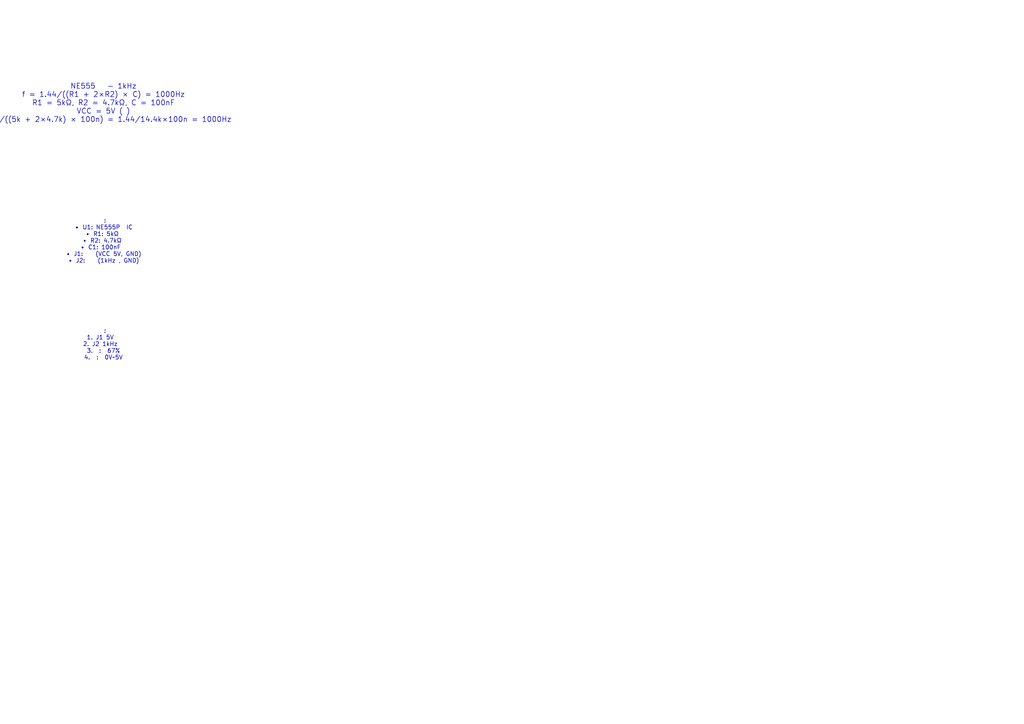
<source format=kicad_sch>
(kicad_sch
	(version 20230121)
	(generator "eeschema")
	(uuid "7b2739d8-9b30-4e41-8527-a1823fcf2f65")
	(paper "A4")
	
	(text "NE555 발진 회로 - 1kHz\nf = 1.44/((R1 + 2×R2) × C) = 1000Hz\nR1 = 5kΩ, R2 = 4.7kΩ, C = 100nF\nVCC = 5V (터미널 입력)\n계산: 1.44/((5k + 2×4.7k) × 100n) = 1.44/14.4k×100n = 1000Hz"
		(exclude_from_sim no)
		(at 30 30 0)
		(effects (font (size 1.5 1.5)))
		(uuid "design_info")
	)

	(text "부품 목록:\n• U1: NE555P 타이머 IC\n• R1: 5kΩ 저항\n• R2: 4.7kΩ 저항\n• C1: 100nF 세라믹 커패시터\n• J1: 전원 입력 터미널 (VCC 5V, GND)\n• J2: 신호 출력 터미널 (1kHz 출력, GND)"
		(exclude_from_sim no)
		(at 30 70 0)
		(effects (font (size 1.2 1.2)))
		(uuid "parts_list")
	)

	(text "연결 방법:\n1. J1에 5V 전원 공급\n2. J2에서 1kHz 방형파 출력\n3. 듀티 사이클: 약 67%\n4. 출력 전압: 약 0V~5V"
		(exclude_from_sim no)
		(at 30 100 0)
		(effects (font (size 1.2 1.2)))
		(uuid "connection_info")
	)

	(sheet_instances
		(path "/" (page "1"))
	)
)

</source>
